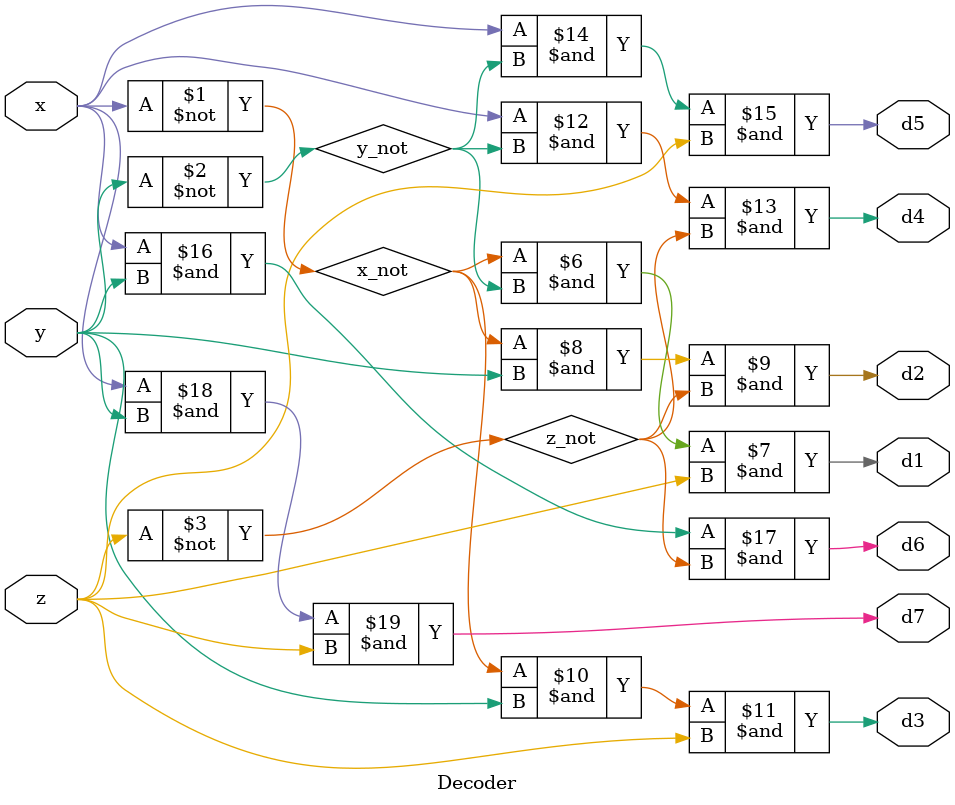
<source format=v>
`timescale 1ns / 1ns

module  Decoder( x, y, z, d1, d2, d3, d4, d5, d6, d7 );
input x, y, z ;
output d1, d2, d3, d4, d5, d6, d7 ;
wire d0, x_not, y_not, z_not ;

assign x_not = ~x ;
assign y_not = ~y ;
assign z_not = ~z ;

assign d0 = x_not & y_not & z_not ;
assign d1 = x_not & y_not & z ;
assign d2 = x_not & y & z_not ;
assign d3 = x_not & y & z ;
assign d4 = x & y_not & z_not ;
assign d5 = x & y_not & z ;
assign d6 = x & y & z_not ;
assign d7 = x & y & z ;

endmodule



</source>
